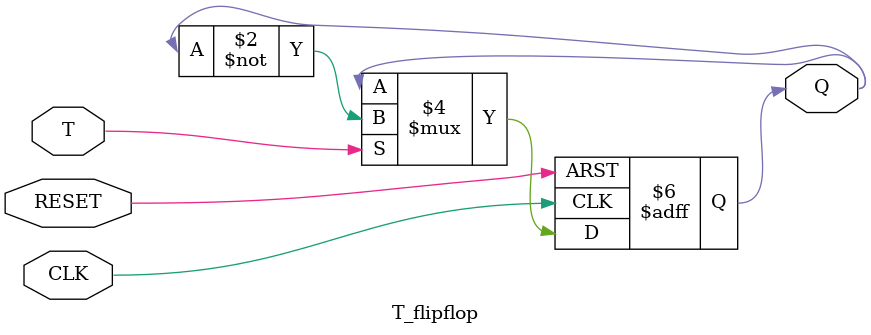
<source format=v>
module T_flipflop(
    input  wire T,
    input  wire CLK,
    input  wire RESET,
    output reg  Q
);

always @(posedge CLK or posedge RESET) begin
    if (RESET)
        Q <= 1'b0;
    else if (T)
        Q <= ~Q;
    else
        Q <= Q;
end

endmodule

</source>
